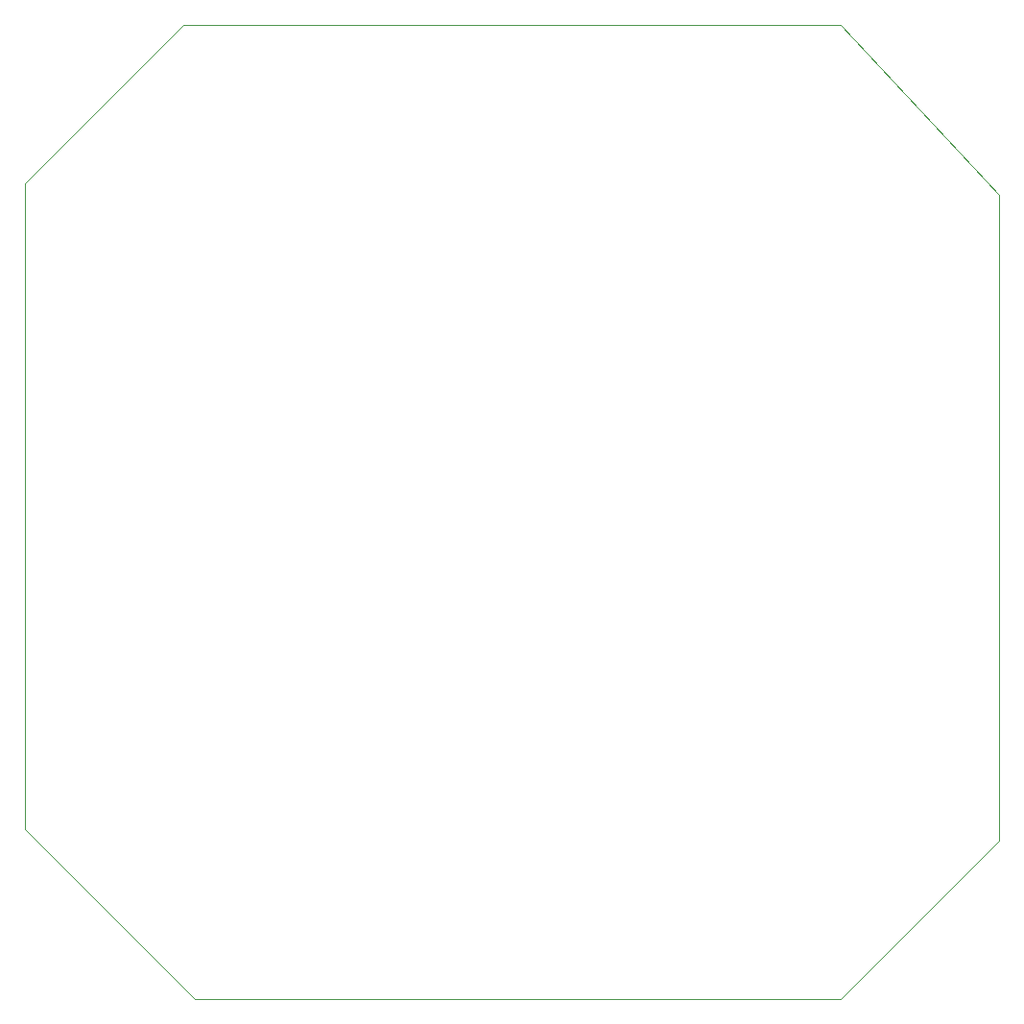
<source format=gbr>
%TF.GenerationSoftware,KiCad,Pcbnew,(5.1.8)-1*%
%TF.CreationDate,2021-02-04T12:25:33-06:00*%
%TF.ProjectId,Project - LED Dimmer Board,50726f6a-6563-4742-902d-204c45442044,rev?*%
%TF.SameCoordinates,Original*%
%TF.FileFunction,Profile,NP*%
%FSLAX46Y46*%
G04 Gerber Fmt 4.6, Leading zero omitted, Abs format (unit mm)*
G04 Created by KiCad (PCBNEW (5.1.8)-1) date 2021-02-04 12:25:33*
%MOMM*%
%LPD*%
G01*
G04 APERTURE LIST*
%TA.AperFunction,Profile*%
%ADD10C,0.050000*%
%TD*%
G04 APERTURE END LIST*
D10*
X108940600Y-118918400D02*
X122940600Y-104918400D01*
X36940600Y-103918400D02*
X51940600Y-118918400D01*
X108940600Y-32918400D02*
X122940600Y-47918400D01*
X36940600Y-46918400D02*
X50940600Y-32918400D01*
X51940600Y-118918400D02*
X108940600Y-118918400D01*
X50940600Y-32918400D02*
X108940600Y-32918400D01*
X36940600Y-46918400D02*
X36940600Y-103918400D01*
X122940600Y-47918400D02*
X122940600Y-104918400D01*
M02*

</source>
